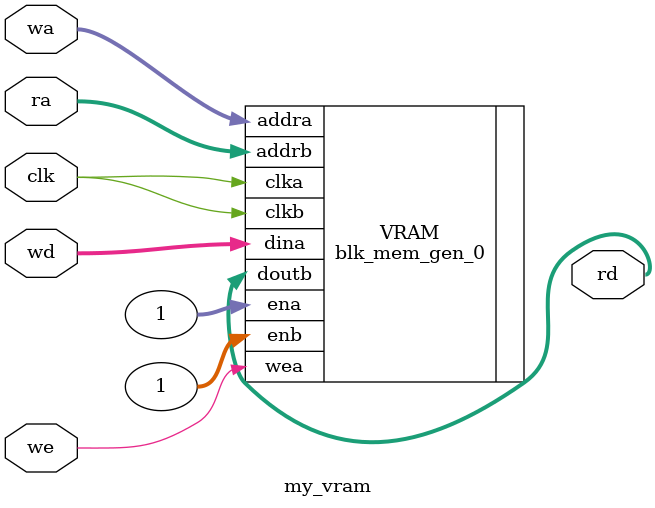
<source format=v>
`timescale 1ns / 1ps


module my_vram(
    input clk,
    input we,
    input [15:0] ra,
    input [15:0] wa,
    input [11:0] wd,
    output [11:0] rd
    );
blk_mem_gen_0 VRAM(.addra(wa),.clka(clk),.dina(wd),.ena(1),.wea(we),.addrb(ra),.clkb(clk),.doutb(rd),.enb(1));
endmodule

</source>
